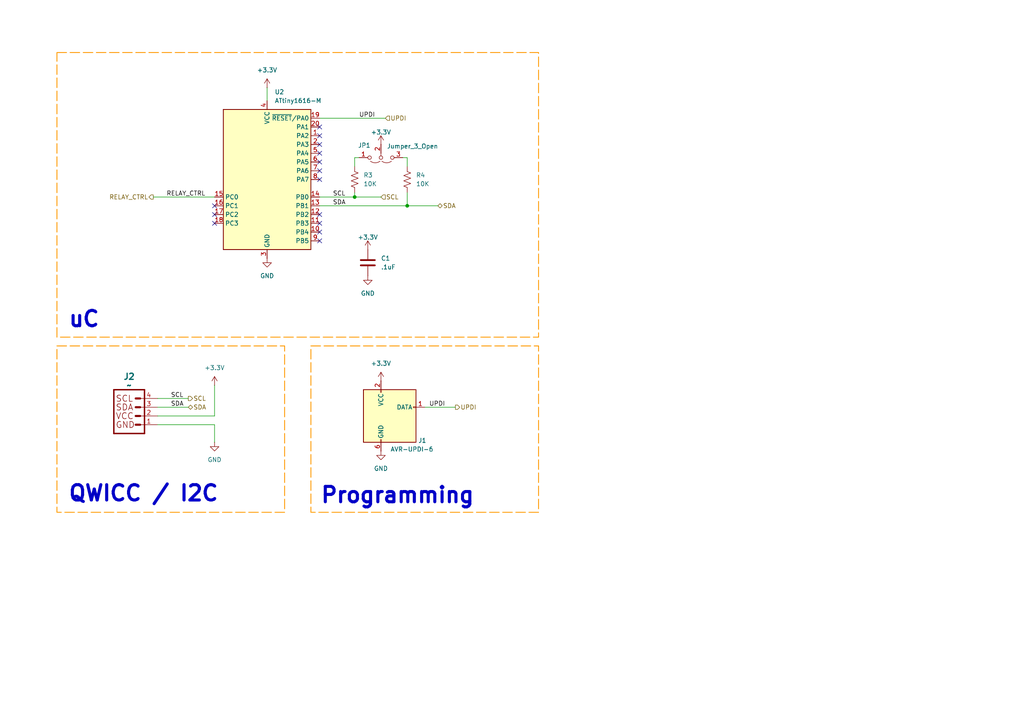
<source format=kicad_sch>
(kicad_sch (version 20250114) (generator "eeschema") (generator_version "9.0")
  (paper "A4")
  (title_block (title "Relay Module") (date "2025-03-22") (rev "1.0") (company "CRG Makes") (comment 1 "Aquarius"))
  (lib_symbols
    (symbol "CRGM Connector:QWIIC"
      (property "Reference" "J" (at 0 0.254 0))
      (symbol "QWIIC_1_0"
        (polyline (pts (xy 0 0) (xy 0 -12.7)) (stroke (width 0.4064)))
        (polyline (pts (xy 0 0) (xy 8.89 0)) (stroke (width 0.4064)))
        (polyline (pts (xy 6.35 -2.54) (xy 7.62 -2.54)) (stroke (width 0.6096)))
        (polyline (pts (xy 6.35 -5.08) (xy 7.62 -5.08)) (stroke (width 0.6096)))
        (polyline (pts (xy 6.35 -7.62) (xy 7.62 -7.62)) (stroke (width 0.6096)))
        (polyline (pts (xy 6.35 -10.16) (xy 7.62 -10.16)) (stroke (width 0.6096)))
        (polyline (pts (xy 8.89 -12.7) (xy 0 -12.7)) (stroke (width 0.4064)))
        (polyline (pts (xy 8.89 -12.7) (xy 8.89 0)) (stroke (width 0.4064)))
        (text "SCL" (at 0.508 -2.54 0) (effects (font (size 1.778 1.778)) (justify left)))
        (text "SDA" (at 0.508 -5.08 0) (effects (font (size 1.778 1.778)) (justify left)))
        (text "VCC" (at 0.508 -7.62 0) (effects (font (size 1.778 1.778)) (justify left)))
        (text "GND" (at 0.508 -10.16 0) (effects (font (size 1.778 1.778)) (justify left)))
        (pin passive line (at 12.7 -2.54 180) (length 5.08) (name "4") (number "4"))
        (pin passive line (at 12.7 -5.08 180) (length 5.08) (name "3") (number "3"))
        (pin power_in line (at 12.7 -7.62 180) (length 5.08) (name "2") (number "2"))
        (pin power_in line (at 12.7 -10.16 180) (length 5.08) (name "1") (number "1"))
      )
    )
    (symbol "Connector:AVR-UPDI-6" (pin_names (offset 1.016))
      (property "Reference" "J" (at -6.35 8.89 0))
      (property "Value" "AVR-UPDI-6" (at 0 8.89 0))
      (symbol "AVR-UPDI-6_0_1"
        (rectangle (start -2.667 7.62) (end -2.413 6.858))
        (rectangle (start -2.667 -6.858) (end -2.413 -7.62))
        (rectangle (start 7.62 7.62) (end -7.62 -7.62) (stroke (width 0.254)) (fill (type background)))
        (rectangle (start 7.62 2.667) (end 6.858 2.413))
      )
      (symbol "AVR-UPDI-6_1_1"
        (pin passive line (at -2.54 10.16 270) (length 2.54) (name "VCC") (number "2"))
        (pin passive line (at -2.54 -10.16 90) (length 2.54) (name "GND") (number "6"))
        (pin no_connect line (at 7.62 0 180) (length 2.54) (hide yes) (name "NC") (number "3"))
        (pin no_connect line (at 7.62 -2.54 180) (length 2.54) (hide yes) (name "NC") (number "4"))
        (pin no_connect line (at 7.62 -5.08 180) (length 2.54) (hide yes) (name "NC") (number "5"))
        (pin passive line (at 10.16 2.54 180) (length 2.54) (name "DATA") (number "1"))
      )
    )
    (symbol "Device:C" (pin_numbers (hide yes)) (pin_names (offset 0.254))
      (property "Reference" "C" (at 0.635 2.54 0))
      (property "Value" "C" (at 0.635 -2.54 0))
      (symbol "C_0_1"
        (polyline (pts (xy -2.032 0.762) (xy 2.032 0.762)) (stroke (width 0.508)))
        (polyline (pts (xy -2.032 -0.762) (xy 2.032 -0.762)) (stroke (width 0.508)))
      )
      (symbol "C_1_1"
        (pin passive line (at 0 3.81 270) (length 2.794) (name "~") (number "1"))
        (pin passive line (at 0 -3.81 90) (length 2.794) (name "~") (number "2"))
      )
    )
    (symbol "Device:R_US" (pin_numbers (hide yes)) (pin_names (offset 0))
      (property "Reference" "R" (at 2.54 0 90))
      (property "Value" "R_US" (at -2.54 0 90))
      (symbol "R_US_0_1"
        (polyline (pts (xy 0 2.286) (xy 0 2.54)))
        (polyline (pts (xy 0 2.286) (xy 1.016 1.905) (xy 0 1.524) (xy -1.016 1.143) (xy 0 0.762)))
        (polyline (pts (xy 0 0.762) (xy 1.016 0.381) (xy 0 0) (xy -1.016 -0.381) (xy 0 -0.762)))
        (polyline (pts (xy 0 -0.762) (xy 1.016 -1.143) (xy 0 -1.524) (xy -1.016 -1.905) (xy 0 -2.286)))
        (polyline (pts (xy 0 -2.286) (xy 0 -2.54)))
      )
      (symbol "R_US_1_1"
        (pin passive line (at 0 3.81 270) (length 1.27) (name "~") (number "1"))
        (pin passive line (at 0 -3.81 90) (length 1.27) (name "~") (number "2"))
      )
    )
    (symbol "Jumper:Jumper_3_Open" (pin_names (offset 0) (hide yes)) (exclude_from_sim yes) (in_bom no)
      (property "Reference" "JP" (at -2.54 -2.54 0))
      (property "Value" "Jumper_3_Open" (at 0 2.794 0))
      (symbol "Jumper_3_Open_0_0"
        (circle (center -3.302 0) (radius 0.508))
        (circle (center 0 0) (radius 0.508))
        (circle (center 3.302 0) (radius 0.508))
      )
      (symbol "Jumper_3_Open_0_1"
        (arc (start -3.048 1.016) (mid -1.651 1.4992) (end -0.254 1.016))
        (polyline (pts (xy 0 -0.508) (xy 0 -1.27)))
        (arc (start 0.254 1.016) (mid 1.651 1.4992) (end 3.048 1.016))
      )
      (symbol "Jumper_3_Open_1_1"
        (pin passive line (at -6.35 0 0) (length 2.54) (name "A") (number "1"))
        (pin passive line (at 0 -3.81 90) (length 2.54) (name "C") (number "2"))
        (pin passive line (at 6.35 0 180) (length 2.54) (name "B") (number "3"))
      )
    )
    (symbol "MCU_Microchip_ATtiny:ATtiny1616-M"
      (property "Reference" "U" (at -12.7 21.59 0))
      (property "Value" "ATtiny1616-M" (at 2.54 -21.59 0))
      (symbol "ATtiny1616-M_0_1"
        (rectangle (start -12.7 -20.32) (end 12.7 20.32) (stroke (width 0.254)) (fill (type background)))
      )
      (symbol "ATtiny1616-M_1_1"
        (pin bidirectional line (at -15.24 -5.08 0) (length 2.54) (name "PC0") (number "15"))
        (pin bidirectional line (at -15.24 -7.62 0) (length 2.54) (name "PC1") (number "16"))
        (pin bidirectional line (at -15.24 -10.16 0) (length 2.54) (name "PC2") (number "17"))
        (pin bidirectional line (at -15.24 -12.7 0) (length 2.54) (name "PC3") (number "18"))
        (pin power_in line (at 0 22.86 270) (length 2.54) (name "VCC") (number "4"))
        (pin passive line (at 0 -22.86 90) (length 2.54) (hide yes) (name "GND") (number "21"))
        (pin power_in line (at 0 -22.86 90) (length 2.54) (name "GND") (number "3"))
        (pin bidirectional line (at 15.24 17.78 180) (length 2.54) (name "~{RESET}/PA0") (number "19"))
        (pin bidirectional line (at 15.24 15.24 180) (length 2.54) (name "PA1") (number "20"))
        (pin bidirectional line (at 15.24 12.7 180) (length 2.54) (name "PA2") (number "1"))
        (pin bidirectional line (at 15.24 10.16 180) (length 2.54) (name "PA3") (number "2"))
        (pin bidirectional line (at 15.24 7.62 180) (length 2.54) (name "PA4") (number "5"))
        (pin bidirectional line (at 15.24 5.08 180) (length 2.54) (name "PA5") (number "6"))
        (pin bidirectional line (at 15.24 2.54 180) (length 2.54) (name "PA6") (number "7"))
        (pin bidirectional line (at 15.24 0 180) (length 2.54) (name "PA7") (number "8"))
        (pin bidirectional line (at 15.24 -5.08 180) (length 2.54) (name "PB0") (number "14"))
        (pin bidirectional line (at 15.24 -7.62 180) (length 2.54) (name "PB1") (number "13"))
        (pin bidirectional line (at 15.24 -10.16 180) (length 2.54) (name "PB2") (number "12"))
        (pin bidirectional line (at 15.24 -12.7 180) (length 2.54) (name "PB3") (number "11"))
        (pin bidirectional line (at 15.24 -15.24 180) (length 2.54) (name "PB4") (number "10"))
        (pin bidirectional line (at 15.24 -17.78 180) (length 2.54) (name "PB5") (number "9"))
      )
    )
    (symbol "power:+3.3V" (power) (pin_numbers (hide yes)) (pin_names (offset 0) (hide yes))
      (property "Value" "+3.3V" (at 0 3.556 0))
      (symbol "+3.3V_0_1"
        (polyline (pts (xy -0.762 1.27) (xy 0 2.54)))
        (polyline (pts (xy 0 2.54) (xy 0.762 1.27)))
        (polyline (pts (xy 0 0) (xy 0 2.54)))
      )
      (symbol "+3.3V_1_1"
        (pin power_in line (at 0 0 90) (length 0) (name "~") (number "1"))
      )
    )
    (symbol "power:GND" (power) (pin_numbers (hide yes)) (pin_names (offset 0) (hide yes))
      (property "Value" "GND" (at 0 -3.81 0))
      (symbol "GND_0_1"
        (polyline (pts (xy 0 0) (xy 0 -1.27) (xy 1.27 -1.27) (xy 0 -2.54) (xy -1.27 -1.27) (xy 0 -1.27)))
      )
      (symbol "GND_1_1"
        (pin power_in line (at 0 0 270) (length 0) (name "~") (number "1"))
      )
    )
  )
  (rectangle (start 16.51 15.24) (end 156.21 97.79) (stroke (width 0.254) (type dash) (color 255 153 0 1)))
  (rectangle (start 16.51 100.33) (end 82.55 148.59) (stroke (width 0.254) (type dash) (color 255 153 0 1)))
  (rectangle (start 90.17 100.33) (end 156.21 148.59) (stroke (width 0.254) (type dash) (color 255 153 0 1)))
  (text "Programming" (at 92.71 143.764 0) (effects (font (size 4.445 4.445) (thickness 0.889) (bold yes)) (justify left)))
  (text "uC" (at 19.558 92.71 0) (effects (font (size 4.445 4.445) (thickness 0.889) (bold yes)) (justify left)))
  (text "QWICC / I2C\n" (at 19.558 143.256 0) (effects (font (size 4.445 4.445) (thickness 0.889) (bold yes)) (justify left)))
  (junction (at 118.11 59.69))
  (junction (at 102.87 57.15))
  (no_connect (at 92.71 44.45))
  (no_connect (at 92.71 64.77))
  (no_connect (at 92.71 39.37))
  (no_connect (at 92.71 62.23))
  (no_connect (at 92.71 52.07))
  (no_connect (at 92.71 67.31))
  (no_connect (at 92.71 69.85))
  (no_connect (at 62.23 62.23))
  (no_connect (at 92.71 41.91))
  (no_connect (at 92.71 46.99))
  (no_connect (at 92.71 49.53))
  (no_connect (at 92.71 36.83))
  (no_connect (at 62.23 64.77))
  (no_connect (at 62.23 59.69))
  (wire (pts (xy 92.71 57.15) (xy 102.87 57.15)))
  (wire (pts (xy 102.87 57.15) (xy 102.87 55.88)))
  (wire (pts (xy 45.72 123.19) (xy 62.23 123.19)))
  (wire (pts (xy 62.23 111.76) (xy 62.23 120.65)))
  (wire (pts (xy 45.72 115.57) (xy 54.61 115.57)))
  (wire (pts (xy 44.45 57.15) (xy 62.23 57.15)))
  (wire (pts (xy 45.72 118.11) (xy 54.61 118.11)))
  (wire (pts (xy 102.87 45.72) (xy 102.87 48.26)))
  (wire (pts (xy 104.14 45.72) (xy 102.87 45.72)))
  (wire (pts (xy 116.84 45.72) (xy 118.11 45.72)))
  (wire (pts (xy 92.71 34.29) (xy 111.76 34.29)))
  (wire (pts (xy 118.11 59.69) (xy 127 59.69)))
  (wire (pts (xy 77.47 25.4) (xy 77.47 29.21)))
  (wire (pts (xy 92.71 59.69) (xy 118.11 59.69)))
  (wire (pts (xy 118.11 55.88) (xy 118.11 59.69)))
  (wire (pts (xy 45.72 120.65) (xy 62.23 120.65)))
  (wire (pts (xy 123.19 118.11) (xy 132.08 118.11)))
  (wire (pts (xy 118.11 45.72) (xy 118.11 48.26)))
  (wire (pts (xy 102.87 57.15) (xy 110.49 57.15)))
  (wire (pts (xy 62.23 123.19) (xy 62.23 128.27)))
  (label "SDA" (at 96.52 59.69 0))
  (label "SCL" (at 96.52 57.15 0))
  (label "RELAY_CTRL" (at 48.26 57.15 0))
  (label "UPDI" (at 124.46 118.11 0))
  (label "UPDI" (at 104.14 34.29 0))
  (label "SCL" (at 49.53 115.57 0))
  (label "SDA" (at 49.53 118.11 0))
  (hierarchical_label "SCL" (shape input) (at 110.49 57.15 0))
  (hierarchical_label "UPDI" (shape input) (at 111.76 34.29 0))
  (hierarchical_label "SDA" (shape bidirectional) (at 54.61 118.11 0))
  (hierarchical_label "UPDI" (shape output) (at 132.08 118.11 0))
  (hierarchical_label "RELAY_CTRL" (shape output) (at 44.45 57.15 180))
  (hierarchical_label "SDA" (shape bidirectional) (at 127 59.69 0))
  (hierarchical_label "SCL" (shape output) (at 54.61 115.57 0))
  (symbol (lib_id "power:GND") (at 62.23 128.27 0) (unit 1)
    (property "Reference" "#PWR08" (effects (hide yes)))
    (property "Value" "GND" (at 62.23 133.35 0))
    (property "Description" "Power symbol creates a global label with name \"GND\" , ground" (effects (hide yes)))
  )
  (symbol (lib_id "power:+3.3V") (at 62.23 111.76 0) (unit 1)
    (property "Reference" "#PWR010" (effects (hide yes)))
    (property "Value" "+3.3V" (at 62.23 106.68 0))
    (property "Description" "Power symbol creates a global label with name \"+3.3V\"" (effects (hide yes)))
  )
  (symbol (lib_id "MCU_Microchip_ATtiny:ATtiny1616-M") (at 77.47 52.07 0) (unit 1)
    (property "Reference" "U2" (at 79.6641 26.67 0) (effects (justify left)))
    (property "Value" "ATtiny1616-M" (at 79.6641 29.21 0) (effects (justify left)))
    (property "Footprint" "Package_DFN_QFN:VQFN-20-1EP_3x3mm_P0.4mm_EP1.7x1.7mm" (effects (hide yes)))
    (property "Datasheet" "http://ww1.microchip.com/downloads/en/DeviceDoc/ATtiny3216_ATtiny1616-data-sheet-40001997B.pdf" (effects (hide yes)))
    (property "Description" "20MHz, 16kB Flash, 2kB SRAM, 256B EEPROM, VQFN-20" (effects (hide yes)))
    (property "LCSC_PN" "C507118" (effects (hide yes)))
  )
  (symbol (lib_id "Connector:AVR-UPDI-6") (at 113.03 120.65 0) (unit 1)
    (property "Reference" "J1" (at 123.698 127.762 0) (effects (justify right)))
    (property "Value" "AVR-UPDI-6" (at 125.73 130.302 0) (effects (justify right)))
    (property "Footprint" "Connector_PinHeader_2.54mm:PinHeader_2x03_P2.54mm_Vertical" (effects (hide yes)))
    (property "Datasheet" "https://www.microchip.com/webdoc/GUID-9D10622A-5C16-4405-B092-1BDD437B4976/index.html?GUID-9B349315-2842-4189-B88C-49F4E1055D7F" (effects (hide yes)))
    (property "Description" "Atmel 6-pin UPDI connector" (effects (hide yes)))
  )
  (symbol (lib_id "power:GND") (at 106.68 80.01 0) (unit 1)
    (property "Reference" "#PWR013" (effects (hide yes)))
    (property "Value" "GND" (at 106.68 85.09 0))
    (property "Description" "Power symbol creates a global label with name \"GND\" , ground" (effects (hide yes)))
  )
  (symbol (lib_id "Device:C") (at 106.68 76.2 0) (unit 1)
    (property "Reference" "C1" (at 110.49 74.9299 0) (effects (justify left)))
    (property "Value" ".1uF" (at 110.49 77.4699 0) (effects (justify left)))
    (property "Footprint" "Capacitor_SMD:C_0603_1608Metric" (effects (hide yes)))
    (property "Description" "Unpolarized capacitor" (effects (hide yes)))
    (property "LCSC_PN" "C66501" (effects (hide yes)))
    (property "MN" "Samsung" (effects (hide yes)))
    (property "MN_PN" "CL10B104KO8NNNC" (effects (hide yes)))
  )
  (symbol (lib_id "power:+3.3V") (at 77.47 25.4 0) (unit 1)
    (property "Reference" "#PWR04" (effects (hide yes)))
    (property "Value" "+3.3V" (at 77.47 20.32 0))
    (property "Description" "Power symbol creates a global label with name \"+3.3V\"" (effects (hide yes)))
  )
  (symbol (lib_id "CRGM Connector:QWIIC") (at 33.02 113.03 0) (unit 1)
    (property "Reference" "J2" (at 37.465 109.22 0) (effects (font (size 1.778 1.778) (thickness 0.3556) (bold yes))))
    (property "Value" "~" (at 37.465 111.76 0) (effects (font (size 1.778 1.778) (thickness 0.3556) (bold yes))))
    (property "Footprint" "Connector_JST:JST_SH_BM04B-SRSS-TB_1x04-1MP_P1.00mm_Vertical" (effects (hide yes)))
    (property "Description" "SparkFun I2C Standard Qwiic Connector An SMD 1mm pitch JST connector makes it easy and quick (get it? Qwiic?) to connect I2C devices to each other. The Qwiic system enables fast and solderless connection between popular platforms and various sensors and actuators.\n\nWe carry 200mm, 100mm, 50mm, and breadboard friendly Qwiic cables. We also offer 10 pcs strips the SMD connectors." (effects (hide yes)))
    (property "LCSC_PN" "C2763614" (effects (hide yes)))
  )
  (symbol (lib_id "Device:R_US") (at 102.87 52.07 180) (unit 1)
    (property "Reference" "R3" (at 105.41 50.7999 0) (effects (justify right)))
    (property "Value" "10K" (at 105.41 53.3399 0) (effects (justify right)))
    (property "Footprint" "Resistor_SMD:R_0603_1608Metric" (effects (hide yes)))
    (property "Description" "Resistor, US symbol" (effects (hide yes)))
    (property "LCSC_PN" "C2930027" (effects (hide yes)))
  )
  (symbol (lib_id "Jumper:Jumper_3_Open") (at 110.49 45.72 0) (mirror x) (unit 1) (in_bom no)
    (property "Reference" "JP1" (at 105.664 42.164 0))
    (property "Value" "Jumper_3_Open" (at 119.634 42.418 0))
    (property "Footprint" "Jumper:SolderJumper-3_P1.3mm_Open_RoundedPad1.0x1.5mm_NumberLabels" (effects (hide yes)))
    (property "Description" "Jumper, 3-pole, both open" (effects (hide yes)))
  )
  (symbol (lib_id "power:+3.3V") (at 110.49 41.91 0) (unit 1)
    (property "Reference" "#PWR06" (effects (hide yes)))
    (property "Value" "+3.3V" (at 110.49 38.354 0))
    (property "Description" "Power symbol creates a global label with name \"+3.3V\"" (effects (hide yes)))
  )
  (symbol (lib_id "power:+3.3V") (at 106.68 72.39 0) (unit 1)
    (property "Reference" "#PWR012" (effects (hide yes)))
    (property "Value" "+3.3V" (at 106.68 68.834 0))
    (property "Description" "Power symbol creates a global label with name \"+3.3V\"" (effects (hide yes)))
  )
  (symbol (lib_id "Device:R_US") (at 118.11 52.07 180) (unit 1)
    (property "Reference" "R4" (at 120.65 50.7999 0) (effects (justify right)))
    (property "Value" "10K" (at 120.65 53.3399 0) (effects (justify right)))
    (property "Footprint" "Resistor_SMD:R_0603_1608Metric" (effects (hide yes)))
    (property "Description" "Resistor, US symbol" (effects (hide yes)))
    (property "LCSC_PN" "C2930027" (effects (hide yes)))
  )
  (symbol (lib_id "power:GND") (at 77.47 74.93 0) (unit 1)
    (property "Reference" "#PWR05" (effects (hide yes)))
    (property "Value" "GND" (at 77.47 80.01 0))
    (property "Description" "Power symbol creates a global label with name \"GND\" , ground" (effects (hide yes)))
  )
  (symbol (lib_id "power:GND") (at 110.49 130.81 0) (unit 1)
    (property "Reference" "#PWR011" (effects (hide yes)))
    (property "Value" "GND" (at 110.49 135.89 0))
    (property "Description" "Power symbol creates a global label with name \"GND\" , ground" (effects (hide yes)))
  )
  (symbol (lib_id "power:+3.3V") (at 110.49 110.49 0) (unit 1)
    (property "Reference" "#PWR07" (effects (hide yes)))
    (property "Value" "+3.3V" (at 110.49 105.41 0))
    (property "Description" "Power symbol creates a global label with name \"+3.3V\"" (effects (hide yes)))
  )
)
</source>
